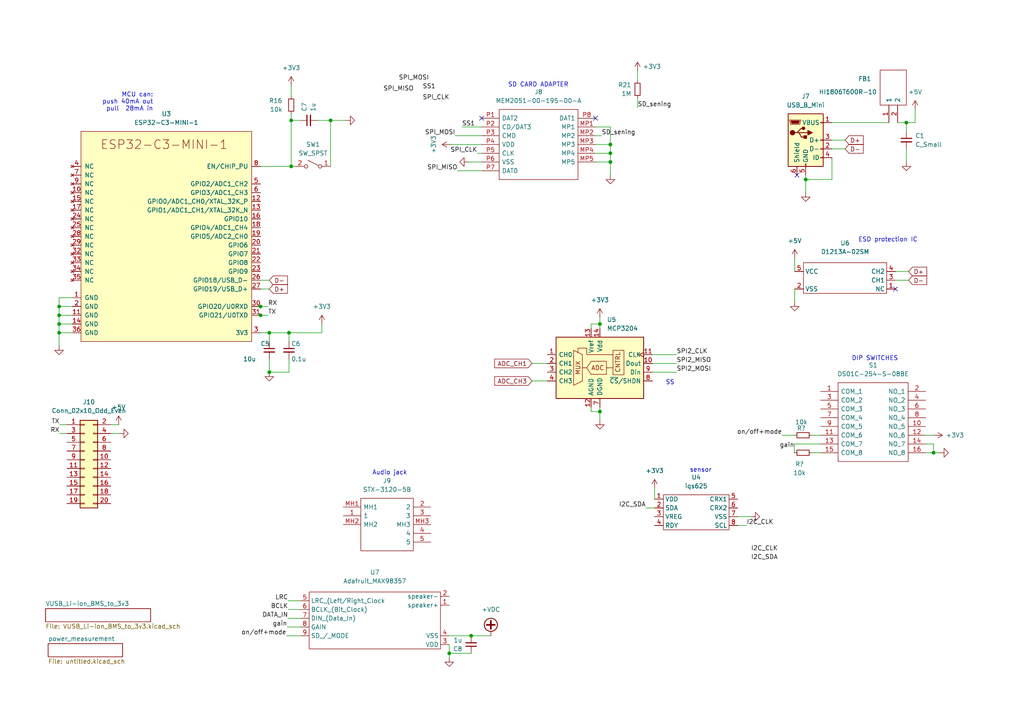
<source format=kicad_sch>
(kicad_sch (version 20211123) (generator eeschema)
  (paper "A4")
  (title_block (title "ESP32 audio power meter SD dataloger") (rev "1"))
  (lib_symbols
    (symbol "Analog_ADC:MCP3204" (pin_names (offset 0.762))
      (property "Reference" "U" (at -5.08 10.795 0))
      (property "Value" "MCP3204" (at -5.08 8.89 0))
      (symbol "MCP3204_0_0"
        (text "ADC" (at -0.635 -1.27 0) (effects (font (size 1.27 1.27))))
        (text "CNTRL" (at 5.969 -2.667 900) (effects (font (size 1.27 1.27)) (justify left bottom)))
        (text "MUX" (at -6.35 -1.27 900) (effects (font (size 1.27 1.27))))
      )
      (symbol "MCP3204_0_1"
        (polyline (pts (xy -5.08 -1.27) (xy -3.81 -1.27)))
        (polyline (pts (xy 1.905 -1.27) (xy 3.81 -1.27)))
        (polyline (pts (xy -7.62 3.81) (xy -7.62 -6.35) (xy -5.08 -5.08) (xy -5.08 2.54) (xy -7.62 3.81)))
        (polyline (pts (xy 3.81 2.54) (xy -3.81 2.54) (xy -3.81 4.445) (xy -6.35 4.445) (xy -6.35 3.175)))
        (polyline (pts (xy -3.81 -1.27) (xy -2.54 0.635) (xy 1.905 0.635) (xy 1.905 -3.175) (xy -2.54 -3.175) (xy -3.81 -1.27)))
        (rectangle (start 3.81 -3.302) (end 6.985 3.81))
        (rectangle (start 12.7 7.62) (end -12.7 -10.16) (stroke (width 0.254)) (fill (type background)))
      )
      (symbol "MCP3204_1_1"
        (pin input line (at -15.24 2.54 0) (length 2.54) (name "CH0") (number "1"))
        (pin output line (at 15.24 0 180) (length 2.54) (name "Dout") (number "10"))
        (pin input clock (at 15.24 2.54 180) (length 2.54) (name "CLK") (number "11"))
        (pin power_in line (at -2.54 -12.7 90) (length 2.54) (name "AGND") (number "12"))
        (pin power_in line (at -2.54 10.16 270) (length 2.54) (name "Vref") (number "13"))
        (pin power_in line (at 0 10.16 270) (length 2.54) (name "Vdd") (number "14"))
        (pin input line (at -15.24 0 0) (length 2.54) (name "CH1") (number "2"))
        (pin input line (at -15.24 -2.54 0) (length 2.54) (name "CH2") (number "3"))
        (pin input line (at -15.24 -5.08 0) (length 2.54) (name "CH3") (number "4"))
        (pin no_connect line (at -10.16 -12.7 90) (length 2.54) hide (name "NC") (number "5"))
        (pin no_connect line (at -7.62 -12.7 90) (length 2.54) hide (name "NC") (number "6"))
        (pin power_in line (at 0 -12.7 90) (length 2.54) (name "DGND") (number "7"))
        (pin input line (at 15.24 -5.08 180) (length 2.54) (name "~{CS}/SHDN") (number "8"))
        (pin input line (at 15.24 -2.54 180) (length 2.54) (name "Din") (number "9"))
      )
    )
    (symbol "Connector:USB_B_Mini" (pin_names (offset 1.016))
      (property "Reference" "J" (at -5.08 11.43 0))
      (property "Value" "USB_B_Mini" (at -5.08 8.89 0))
      (symbol "USB_B_Mini_0_1"
        (rectangle (start -5.08 -7.62) (end 5.08 7.62) (stroke (width 0.254)) (fill (type background)))
        (circle (center -3.81 2.159) (radius 0.635) (stroke (width 0.254)) (fill (type outline)))
        (circle (center -0.635 3.429) (radius 0.381) (stroke (width 0.254)) (fill (type outline)))
        (rectangle (start -0.127 -7.62) (end 0.127 -6.858))
        (polyline (pts (xy -1.905 2.159) (xy 0.635 2.159)) (stroke (width 0.254)))
        (polyline (pts (xy -3.175 2.159) (xy -2.54 2.159) (xy -1.27 3.429) (xy -0.635 3.429)) (stroke (width 0.254)))
        (polyline (pts (xy -2.54 2.159) (xy -1.905 2.159) (xy -1.27 0.889) (xy 0 0.889)) (stroke (width 0.254)))
        (polyline (pts (xy 0.635 2.794) (xy 0.635 1.524) (xy 1.905 2.159) (xy 0.635 2.794)) (stroke (width 0.254)) (fill (type outline)))
        (polyline (pts (xy -4.318 5.588) (xy -1.778 5.588) (xy -2.032 4.826) (xy -4.064 4.826) (xy -4.318 5.588)) (fill (type outline)))
        (polyline (pts (xy -4.699 5.842) (xy -4.699 5.588) (xy -4.445 4.826) (xy -4.445 4.572) (xy -1.651 4.572) (xy -1.651 4.826) (xy -1.397 5.588) (xy -1.397 5.842) (xy -4.699 5.842)))
        (rectangle (start 0.254 1.27) (end -0.508 0.508) (stroke (width 0.254)) (fill (type outline)))
        (rectangle (start 5.08 -5.207) (end 4.318 -4.953))
        (rectangle (start 5.08 -2.667) (end 4.318 -2.413))
        (rectangle (start 5.08 -0.127) (end 4.318 0.127))
        (rectangle (start 5.08 4.953) (end 4.318 5.207))
      )
      (symbol "USB_B_Mini_1_1"
        (pin power_out line (at 7.62 5.08 180) (length 2.54) (name "VBUS") (number "1"))
        (pin bidirectional line (at 7.62 -2.54 180) (length 2.54) (name "D-") (number "2"))
        (pin bidirectional line (at 7.62 0 180) (length 2.54) (name "D+") (number "3"))
        (pin passive line (at 7.62 -5.08 180) (length 2.54) (name "ID") (number "4"))
        (pin power_out line (at 0 -10.16 90) (length 2.54) (name "GND") (number "5"))
        (pin passive line (at -2.54 -10.16 90) (length 2.54) (name "Shield") (number "6"))
      )
    )
    (symbol "Connector_Generic:Conn_02x10_Odd_Even" (pin_names (offset 1.016) hide)
      (property "Reference" "J" (at 1.27 12.7 0))
      (property "Value" "Conn_02x10_Odd_Even" (at 1.27 -15.24 0))
      (symbol "Conn_02x10_Odd_Even_1_1"
        (rectangle (start -1.27 -12.573) (end 0 -12.827) (stroke (width 0.1524)))
        (rectangle (start -1.27 -10.033) (end 0 -10.287) (stroke (width 0.1524)))
        (rectangle (start -1.27 -7.493) (end 0 -7.747) (stroke (width 0.1524)))
        (rectangle (start -1.27 -4.953) (end 0 -5.207) (stroke (width 0.1524)))
        (rectangle (start -1.27 -2.413) (end 0 -2.667) (stroke (width 0.1524)))
        (rectangle (start -1.27 0.127) (end 0 -0.127) (stroke (width 0.1524)))
        (rectangle (start -1.27 2.667) (end 0 2.413) (stroke (width 0.1524)))
        (rectangle (start -1.27 5.207) (end 0 4.953) (stroke (width 0.1524)))
        (rectangle (start -1.27 7.747) (end 0 7.493) (stroke (width 0.1524)))
        (rectangle (start -1.27 10.287) (end 0 10.033) (stroke (width 0.1524)))
        (rectangle (start -1.27 11.43) (end 3.81 -13.97) (stroke (width 0.254)) (fill (type background)))
        (rectangle (start 3.81 -12.573) (end 2.54 -12.827) (stroke (width 0.1524)))
        (rectangle (start 3.81 -10.033) (end 2.54 -10.287) (stroke (width 0.1524)))
        (rectangle (start 3.81 -7.493) (end 2.54 -7.747) (stroke (width 0.1524)))
        (rectangle (start 3.81 -4.953) (end 2.54 -5.207) (stroke (width 0.1524)))
        (rectangle (start 3.81 -2.413) (end 2.54 -2.667) (stroke (width 0.1524)))
        (rectangle (start 3.81 0.127) (end 2.54 -0.127) (stroke (width 0.1524)))
        (rectangle (start 3.81 2.667) (end 2.54 2.413) (stroke (width 0.1524)))
        (rectangle (start 3.81 5.207) (end 2.54 4.953) (stroke (width 0.1524)))
        (rectangle (start 3.81 7.747) (end 2.54 7.493) (stroke (width 0.1524)))
        (rectangle (start 3.81 10.287) (end 2.54 10.033) (stroke (width 0.1524)))
        (pin passive line (at -5.08 10.16 0) (length 3.81) (name "Pin_1") (number "1"))
        (pin passive line (at 7.62 0 180) (length 3.81) (name "Pin_10") (number "10"))
        (pin passive line (at -5.08 -2.54 0) (length 3.81) (name "Pin_11") (number "11"))
        (pin passive line (at 7.62 -2.54 180) (length 3.81) (name "Pin_12") (number "12"))
        (pin passive line (at -5.08 -5.08 0) (length 3.81) (name "Pin_13") (number "13"))
        (pin passive line (at 7.62 -5.08 180) (length 3.81) (name "Pin_14") (number "14"))
        (pin passive line (at -5.08 -7.62 0) (length 3.81) (name "Pin_15") (number "15"))
        (pin passive line (at 7.62 -7.62 180) (length 3.81) (name "Pin_16") (number "16"))
        (pin passive line (at -5.08 -10.16 0) (length 3.81) (name "Pin_17") (number "17"))
        (pin passive line (at 7.62 -10.16 180) (length 3.81) (name "Pin_18") (number "18"))
        (pin passive line (at -5.08 -12.7 0) (length 3.81) (name "Pin_19") (number "19"))
        (pin passive line (at 7.62 10.16 180) (length 3.81) (name "Pin_2") (number "2"))
        (pin passive line (at 7.62 -12.7 180) (length 3.81) (name "Pin_20") (number "20"))
        (pin passive line (at -5.08 7.62 0) (length 3.81) (name "Pin_3") (number "3"))
        (pin passive line (at 7.62 7.62 180) (length 3.81) (name "Pin_4") (number "4"))
        (pin passive line (at -5.08 5.08 0) (length 3.81) (name "Pin_5") (number "5"))
        (pin passive line (at 7.62 5.08 180) (length 3.81) (name "Pin_6") (number "6"))
        (pin passive line (at -5.08 2.54 0) (length 3.81) (name "Pin_7") (number "7"))
        (pin passive line (at 7.62 2.54 180) (length 3.81) (name "Pin_8") (number "8"))
        (pin passive line (at -5.08 0 0) (length 3.81) (name "Pin_9") (number "9"))
      )
    )
    (symbol "Device:C" (pin_numbers hide) (pin_names (offset 0.254))
      (property "Reference" "C" (at 0.635 2.54 0))
      (property "Value" "C" (at 0.635 -2.54 0))
      (symbol "C_0_1"
        (polyline (pts (xy -2.032 -0.762) (xy 2.032 -0.762)) (stroke (width 0.508)))
        (polyline (pts (xy -2.032 0.762) (xy 2.032 0.762)) (stroke (width 0.508)))
      )
      (symbol "C_1_1"
        (pin passive line (at 0 3.81 270) (length 2.794) (name "~") (number "1"))
        (pin passive line (at 0 -3.81 90) (length 2.794) (name "~") (number "2"))
      )
    )
    (symbol "Device:C_Small" (pin_numbers hide) (pin_names (offset 0.254) hide)
      (property "Reference" "C" (at 0.254 1.778 0))
      (property "Value" "C_Small" (at 0.254 -2.032 0))
      (symbol "C_Small_0_1"
        (polyline (pts (xy -1.524 -0.508) (xy 1.524 -0.508)) (stroke (width 0.3302)))
        (polyline (pts (xy -1.524 0.508) (xy 1.524 0.508)) (stroke (width 0.3048)))
      )
      (symbol "C_Small_1_1"
        (pin passive line (at 0 2.54 270) (length 2.032) (name "~") (number "1"))
        (pin passive line (at 0 -2.54 90) (length 2.032) (name "~") (number "2"))
      )
    )
    (symbol "Device:R" (pin_numbers hide) (pin_names (offset 0))
      (property "Reference" "R" (at 2.032 0 90))
      (property "Value" "R" (at 0 0 90))
      (symbol "R_0_1"
        (rectangle (start -1.016 -2.54) (end 1.016 2.54) (stroke (width 0.254)))
      )
      (symbol "R_1_1"
        (pin passive line (at 0 3.81 270) (length 1.27) (name "~") (number "1"))
        (pin passive line (at 0 -3.81 90) (length 1.27) (name "~") (number "2"))
      )
    )
    (symbol "Device:R_Small" (pin_numbers hide) (pin_names (offset 0.254) hide)
      (property "Reference" "R" (at 0.762 0.508 0))
      (property "Value" "R_Small" (at 0.762 -1.016 0))
      (symbol "R_Small_0_1"
        (rectangle (start -0.762 1.778) (end 0.762 -1.778) (stroke (width 0.2032)))
      )
      (symbol "R_Small_1_1"
        (pin passive line (at 0 2.54 270) (length 0.762) (name "~") (number "1"))
        (pin passive line (at 0 -2.54 90) (length 0.762) (name "~") (number "2"))
      )
    )
    (symbol "Espressif:ESP32-C3-MINI-1" (pin_names (offset 1.016))
      (property "Reference" "U" (at 0 33.02 0))
      (property "Value" "ESP32-C3-MINI-1" (at 0 -30.48 0))
      (symbol "ESP32-C3-MINI-1_0_0"
        (text "ESP32-C3-MINI-1" (at 1.27 27.94 0) (effects (font (size 2.54 2.54))))
      )
      (symbol "ESP32-C3-MINI-1_0_1"
        (rectangle (start -24.13 31.75) (end 25.4 -29.21) (fill (type background)))
      )
      (symbol "ESP32-C3-MINI-1_1_1"
        (pin power_in line (at 27.94 -16.51 180) (length 2.54) (name "GND") (number "1"))
        (pin no_connect line (at 27.94 13.97 180) (length 2.54) (name "NC") (number "10"))
        (pin power_in line (at 27.94 -21.59 180) (length 2.54) (name "GND") (number "11"))
        (pin bidirectional line (at -26.67 11.43 0) (length 2.54) (name "GPIO0/ADC1_CH0/XTAL_32K_P") (number "12"))
        (pin bidirectional line (at -26.67 8.89 0) (length 2.54) (name "GPIO1/ADC1_CH1/XTAL_32K_N") (number "13"))
        (pin power_in line (at 27.94 -24.13 180) (length 2.54) (name "GND") (number "14"))
        (pin no_connect line (at 27.94 11.43 180) (length 2.54) (name "NC") (number "15"))
        (pin bidirectional line (at -26.67 6.35 0) (length 2.54) (name "GPIO10") (number "16"))
        (pin no_connect line (at 27.94 8.89 180) (length 2.54) (name "NC") (number "17"))
        (pin bidirectional line (at -26.67 3.81 0) (length 2.54) (name "GPIO4/ADC1_CH4") (number "18"))
        (pin bidirectional line (at -26.67 1.27 0) (length 2.54) (name "GPIO5/ADC2_CH0") (number "19"))
        (pin power_in line (at 27.94 -19.05 180) (length 2.54) (name "GND") (number "2"))
        (pin bidirectional line (at -26.67 -1.27 0) (length 2.54) (name "GPIO6") (number "20"))
        (pin bidirectional line (at -26.67 -3.81 0) (length 2.54) (name "GPIO7") (number "21"))
        (pin bidirectional line (at -26.67 -6.35 0) (length 2.54) (name "GPIO8") (number "22"))
        (pin bidirectional line (at -26.67 -8.89 0) (length 2.54) (name "GPIO9") (number "23"))
        (pin no_connect line (at 27.94 6.35 180) (length 2.54) (name "NC") (number "24"))
        (pin no_connect line (at 27.94 3.81 180) (length 2.54) (name "NC") (number "25"))
        (pin bidirectional line (at -26.67 -11.43 0) (length 2.54) (name "GPIO18/USB_D-") (number "26"))
        (pin bidirectional line (at -26.67 -13.97 0) (length 2.54) (name "GPIO19/USB_D+") (number "27"))
        (pin no_connect line (at 27.94 1.27 180) (length 2.54) (name "NC") (number "28"))
        (pin no_connect line (at 27.94 -1.27 180) (length 2.54) (name "NC") (number "29"))
        (pin power_in line (at -26.67 -26.67 0) (length 2.54) (name "3V3") (number "3"))
        (pin bidirectional line (at -26.67 -19.05 0) (length 2.54) (name "GPIO20/U0RXD") (number "30"))
        (pin bidirectional line (at -26.67 -21.59 0) (length 2.54) (name "GPIO21/U0TXD") (number "31"))
        (pin no_connect line (at 27.94 -3.81 180) (length 2.54) (name "NC") (number "32"))
        (pin no_connect line (at 27.94 -6.35 180) (length 2.54) (name "NC") (number "33"))
        (pin no_connect line (at 27.94 -8.89 180) (length 2.54) (name "NC") (number "34"))
        (pin no_connect line (at 27.94 -11.43 180) (length 2.54) (name "NC") (number "35"))
        (pin power_in line (at 27.94 -26.67 180) (length 2.54) (name "GND") (number "36"))
        (pin no_connect line (at 27.94 21.59 180) (length 2.54) (name "NC") (number "4"))
        (pin bidirectional line (at -26.67 16.51 0) (length 2.54) (name "GPIO2/ADC1_CH2") (number "5"))
        (pin bidirectional line (at -26.67 13.97 0) (length 2.54) (name "GPIO3/ADC1_CH3") (number "6"))
        (pin no_connect line (at 27.94 19.05 180) (length 2.54) (name "NC") (number "7"))
        (pin input line (at -26.67 21.59 0) (length 2.54) (name "EN/CHIP_PU") (number "8"))
        (pin no_connect line (at 27.94 16.51 180) (length 2.54) (name "NC") (number "9"))
      )
    )
    (symbol "My_custom_lib:Adafruit_MAX98357"
      (property "Reference" "U" (at 0 1.27 0))
      (property "Value" "Adafruit_MAX98357" (at 1.27 -2.54 0))
      (symbol "Adafruit_MAX98357_0_1"
        (rectangle (start -20.32 10.16) (end 17.78 -6.35))
      )
      (symbol "Adafruit_MAX98357_1_1"
        (pin output line (at 20.32 6.35 180) (length 2.54) (name "speaker+") (number "1"))
        (pin output line (at 20.32 8.89 180) (length 2.54) (name "speaker-") (number "2"))
        (pin power_in line (at 20.32 -5.08 180) (length 2.54) (name "VDD") (number "3"))
        (pin power_in line (at 20.32 -2.54 180) (length 2.54) (name "VSS") (number "4"))
        (pin input line (at -22.86 7.62 0) (length 2.54) (name "LRC_(Left/Right_Clock") (number "5"))
        (pin input line (at -22.86 5.08 0) (length 2.54) (name "BCLK_(Bit_Clock)") (number "6"))
        (pin input line (at -22.86 2.54 0) (length 2.54) (name "DIN_(Data_In)") (number "7"))
        (pin input line (at -22.86 0 0) (length 2.54) (name "GAIN") (number "8"))
        (pin input line (at -22.86 -2.54 0) (length 2.54) (name "SD_/_MODE") (number "9"))
      )
    )
    (symbol "My_custom_lib:D1213A-02SM"
      (property "Reference" "U" (at 0 0 0))
      (property "Value" "D1213A-02SM" (at 0 2.54 0))
      (symbol "D1213A-02SM_0_1"
        (rectangle (start -12.7 6.35) (end 11.43 -2.54))
      )
      (symbol "D1213A-02SM_1_1"
        (pin power_in line (at 13.97 -1.27 180) (length 2.54) (name "NC") (number "1"))
        (pin power_in line (at -15.24 -1.27 0) (length 2.54) (name "VSS") (number "2"))
        (pin input line (at 13.97 1.27 180) (length 2.54) (name "CH1") (number "3"))
        (pin input line (at 13.97 3.81 180) (length 2.54) (name "CH2") (number "4"))
        (pin power_in line (at -15.24 3.81 0) (length 2.54) (name "VCC") (number "5"))
      )
    )
    (symbol "My_custom_lib:iqs625"
      (property "Reference" "U" (at 0 1.27 0))
      (property "Value" "iqs625" (at 0 -2.54 0))
      (symbol "iqs625_0_1"
        (rectangle (start -10.16 5.08) (end 8.89 -5.08))
      )
      (symbol "iqs625_1_1"
        (pin power_in line (at -12.7 3.81 0) (length 2.54) (name "VDD") (number "1"))
        (pin bidirectional line (at -12.7 1.27 0) (length 2.54) (name "SDA") (number "2"))
        (pin power_in line (at -12.7 -1.27 0) (length 2.54) (name "VREG") (number "3"))
        (pin bidirectional line (at -12.7 -3.81 0) (length 2.54) (name "RDY") (number "4"))
        (pin output line (at 11.43 3.81 180) (length 2.54) (name "CRX1") (number "5"))
        (pin output line (at 11.43 1.27 180) (length 2.54) (name "CRX2") (number "6"))
        (pin power_in line (at 11.43 -1.27 180) (length 2.54) (name "VSS") (number "7"))
        (pin input line (at 11.43 -3.81 180) (length 2.54) (name "SCL") (number "8"))
      )
    )
    (symbol "SamacSys_Parts:DS01C-254-S-08BE" (pin_names (offset 0.762))
      (property "Reference" "S" (at 26.67 7.62 0))
      (property "Value" "DS01C-254-S-08BE" (at 26.67 5.08 0))
      (symbol "DS01C-254-S-08BE_0_0"
        (pin passive line (at 0 0 0) (length 5.08) (name "COM_1") (number "1"))
        (pin passive line (at 30.48 -10.16 180) (length 5.08) (name "NO_5") (number "10"))
        (pin passive line (at 0 -12.7 0) (length 5.08) (name "COM_6") (number "11"))
        (pin passive line (at 30.48 -12.7 180) (length 5.08) (name "NO_6") (number "12"))
        (pin passive line (at 0 -15.24 0) (length 5.08) (name "COM_7") (number "13"))
        (pin passive line (at 30.48 -15.24 180) (length 5.08) (name "NO_7") (number "14"))
        (pin passive line (at 0 -17.78 0) (length 5.08) (name "COM_8") (number "15"))
        (pin passive line (at 30.48 -17.78 180) (length 5.08) (name "NO_8") (number "16"))
        (pin passive line (at 30.48 0 180) (length 5.08) (name "NO_1") (number "2"))
        (pin passive line (at 0 -2.54 0) (length 5.08) (name "COM_2") (number "3"))
        (pin passive line (at 30.48 -2.54 180) (length 5.08) (name "NO_2") (number "4"))
        (pin passive line (at 0 -5.08 0) (length 5.08) (name "COM_3") (number "5"))
        (pin passive line (at 30.48 -5.08 180) (length 5.08) (name "NO_3") (number "6"))
        (pin passive line (at 0 -7.62 0) (length 5.08) (name "COM_4") (number "7"))
        (pin passive line (at 30.48 -7.62 180) (length 5.08) (name "NO_4") (number "8"))
        (pin passive line (at 0 -10.16 0) (length 5.08) (name "COM_5") (number "9"))
      )
      (symbol "DS01C-254-S-08BE_0_1"
        (polyline (pts (xy 5.08 2.54) (xy 25.4 2.54) (xy 25.4 -20.32) (xy 5.08 -20.32) (xy 5.08 2.54)) (stroke (width 0.1524)))
      )
    )
    (symbol "SamacSys_Parts:HI1806T600R-10" (pin_names (offset 0.762))
      (property "Reference" "FB" (at 16.51 7.62 0))
      (property "Value" "HI1806T600R-10" (at 16.51 5.08 0))
      (symbol "HI1806T600R-10_0_0"
        (pin passive line (at 0 0 0) (length 5.08) (name "1") (number "1"))
        (pin passive line (at 0 -2.54 0) (length 5.08) (name "2") (number "2"))
      )
      (symbol "HI1806T600R-10_0_1"
        (polyline (pts (xy 5.08 2.54) (xy 15.24 2.54) (xy 15.24 -5.08) (xy 5.08 -5.08) (xy 5.08 2.54)) (stroke (width 0.1524)))
      )
    )
    (symbol "SamacSys_Parts:MEM2051-00-195-00-A" (pin_names (offset 0.762))
      (property "Reference" "J" (at 29.21 7.62 0))
      (property "Value" "MEM2051-00-195-00-A" (at 29.21 5.08 0))
      (symbol "MEM2051-00-195-00-A_0_0"
        (pin passive line (at 33.02 -2.54 180) (length 5.08) (name "MP1") (number "MP1"))
        (pin passive line (at 33.02 -5.08 180) (length 5.08) (name "MP2") (number "MP2"))
        (pin passive line (at 33.02 -7.62 180) (length 5.08) (name "MP3") (number "MP3"))
        (pin passive line (at 33.02 -10.16 180) (length 5.08) (name "MP4") (number "MP4"))
        (pin passive line (at 33.02 -12.7 180) (length 5.08) (name "MP5") (number "MP5"))
        (pin passive line (at 0 0 0) (length 5.08) (name "DAT2") (number "P1"))
        (pin passive line (at 0 -2.54 0) (length 5.08) (name "CD/DAT3") (number "P2"))
        (pin passive line (at 0 -5.08 0) (length 5.08) (name "CMD") (number "P3"))
        (pin passive line (at 0 -7.62 0) (length 5.08) (name "VDD") (number "P4"))
        (pin passive line (at 0 -10.16 0) (length 5.08) (name "CLK") (number "P5"))
        (pin passive line (at 0 -12.7 0) (length 5.08) (name "VSS") (number "P6"))
        (pin passive line (at 0 -15.24 0) (length 5.08) (name "DAT0") (number "P7"))
        (pin passive line (at 33.02 0 180) (length 5.08) (name "DAT1") (number "P8"))
      )
      (symbol "MEM2051-00-195-00-A_0_1"
        (polyline (pts (xy 5.08 2.54) (xy 27.94 2.54) (xy 27.94 -17.78) (xy 5.08 -17.78) (xy 5.08 2.54)) (stroke (width 0.1524)))
      )
    )
    (symbol "SamacSys_Parts:STX-3120-5B" (pin_names (offset 0.762))
      (property "Reference" "J" (at 21.59 7.62 0))
      (property "Value" "STX-3120-5B" (at 21.59 5.08 0))
      (symbol "STX-3120-5B_0_0"
        (pin passive line (at 0 -2.54 0) (length 5.08) (name "1") (number "1"))
        (pin passive line (at 25.4 0 180) (length 5.08) (name "2") (number "2"))
        (pin passive line (at 25.4 -2.54 180) (length 5.08) (name "3") (number "3"))
        (pin passive line (at 25.4 -7.62 180) (length 5.08) (name "4") (number "4"))
        (pin passive line (at 25.4 -10.16 180) (length 5.08) (name "5") (number "5"))
        (pin passive line (at 0 0 0) (length 5.08) (name "MH1") (number "MH1"))
        (pin passive line (at 0 -5.08 0) (length 5.08) (name "MH2") (number "MH2"))
        (pin passive line (at 25.4 -5.08 180) (length 5.08) (name "MH3") (number "MH3"))
      )
      (symbol "STX-3120-5B_0_1"
        (polyline (pts (xy 5.08 2.54) (xy 20.32 2.54) (xy 20.32 -12.7) (xy 5.08 -12.7) (xy 5.08 2.54)) (stroke (width 0.1524)))
      )
    )
    (symbol "Switch:SW_SPST" (pin_names (offset 0) hide)
      (property "Reference" "SW" (at 0 3.175 0))
      (property "Value" "SW_SPST" (at 0 -2.54 0))
      (symbol "SW_SPST_0_0"
        (circle (center -2.032 0) (radius 0.508))
        (polyline (pts (xy -1.524 0.254) (xy 1.524 1.778)))
        (circle (center 2.032 0) (radius 0.508))
      )
      (symbol "SW_SPST_1_1"
        (pin passive line (at -5.08 0 0) (length 2.54) (name "A") (number "1"))
        (pin passive line (at 5.08 0 180) (length 2.54) (name "B") (number "2"))
      )
    )
    (symbol "power:+3.3V" (power) (pin_names (offset 0))
      (property "Value" "+3.3V" (at 0 3.556 0))
      (symbol "+3.3V_0_1"
        (polyline (pts (xy -0.762 1.27) (xy 0 2.54)))
        (polyline (pts (xy 0 0) (xy 0 2.54)))
        (polyline (pts (xy 0 2.54) (xy 0.762 1.27)))
      )
      (symbol "+3.3V_1_1"
        (pin power_in line (at 0 0 90) (length 0) hide (name "+3V3") (number "1"))
      )
    )
    (symbol "power:+3V3" (power) (pin_names (offset 0))
      (property "Value" "+3V3" (at 0 3.556 0))
      (symbol "+3V3_0_1"
        (polyline (pts (xy -0.762 1.27) (xy 0 2.54)))
        (polyline (pts (xy 0 0) (xy 0 2.54)))
        (polyline (pts (xy 0 2.54) (xy 0.762 1.27)))
      )
      (symbol "+3V3_1_1"
        (pin power_in line (at 0 0 90) (length 0) hide (name "+3V3") (number "1"))
      )
    )
    (symbol "power:+5V" (power) (pin_names (offset 0))
      (property "Value" "+5V" (at 0 3.556 0))
      (symbol "+5V_0_1"
        (polyline (pts (xy -0.762 1.27) (xy 0 2.54)))
        (polyline (pts (xy 0 0) (xy 0 2.54)))
        (polyline (pts (xy 0 2.54) (xy 0.762 1.27)))
      )
      (symbol "+5V_1_1"
        (pin power_in line (at 0 0 90) (length 0) hide (name "+5V") (number "1"))
      )
    )
    (symbol "power:+VDC" (power) (pin_names (offset 0))
      (property "Value" "+VDC" (at 0 6.35 0))
      (symbol "+VDC_0_1"
        (polyline (pts (xy -1.143 3.175) (xy 1.143 3.175)) (stroke (width 0.508)))
        (polyline (pts (xy 0 0) (xy 0 1.27)))
        (polyline (pts (xy 0 2.032) (xy 0 4.318)) (stroke (width 0.508)))
        (circle (center 0 3.175) (radius 1.905) (stroke (width 0.254)))
      )
      (symbol "+VDC_1_1"
        (pin power_in line (at 0 0 90) (length 0) hide (name "+VDC") (number "1"))
      )
    )
    (symbol "power:GND" (power) (pin_names (offset 0))
      (property "Value" "GND" (at 0 -3.81 0))
      (symbol "GND_0_1"
        (polyline (pts (xy 0 0) (xy 0 -1.27) (xy 1.27 -1.27) (xy 0 -2.54) (xy -1.27 -1.27) (xy 0 -1.27)))
      )
      (symbol "GND_1_1"
        (pin power_in line (at 0 0 270) (length 0) hide (name "GND") (number "1"))
      )
    )
  )
  (junction (at 262.89 35.56))
  (junction (at 328.676 147.447))
  (junction (at 78.105 107.95))
  (junction (at 394.716 139.827))
  (junction (at 173.99 119.38))
  (junction (at 375.666 147.447))
  (junction (at 312.42 142.367))
  (junction (at 17.145 91.44))
  (junction (at 17.145 93.98))
  (junction (at 83.82 96.52))
  (junction (at 84.455 48.26))
  (junction (at 270.764 131.318))
  (junction (at 319.024 103.251))
  (junction (at 78.105 96.52))
  (junction (at 177.038 44.45))
  (junction (at 75.565 91.44))
  (junction (at 136.652 184.404))
  (junction (at 75.565 88.9))
  (junction (at 17.145 88.9))
  (junction (at 130.302 189.484))
  (junction (at 17.145 96.52))
  (junction (at 328.676 144.907))
  (junction (at 233.68 52.07))
  (junction (at 173.99 93.98))
  (junction (at 375.666 142.367))
  (junction (at 84.455 34.925))
  (junction (at 95.885 34.925))
  (junction (at 177.038 46.99))
  (junction (at 177.038 41.91))
  (junction (at 375.666 144.907))
  (no_connect (at 231.14 50.8))
  (no_connect (at 172.72 34.29))
  (no_connect (at 139.7 34.29))
  (no_connect (at 259.715 83.82))
  (wire (pts (xy 336.296 149.987) (xy 339.344 149.987)))
  (wire (pts (xy 241.3 35.56) (xy 257.81 35.56)))
  (wire (pts (xy 237.998 128.778) (xy 230.378 128.778)))
  (wire (pts (xy 270.764 131.318) (xy 272.542 131.318)))
  (wire (pts (xy 83.566 176.784) (xy 87.122 176.784)))
  (wire (pts (xy 136.652 184.404) (xy 142.367 184.404)))
  (wire (pts (xy 84.455 34.925) (xy 86.995 34.925)))
  (wire (pts (xy 171.45 95.25) (xy 171.45 93.98)))
  (wire (pts (xy 154.305 110.49) (xy 158.75 110.49)))
  (wire (pts (xy 326.644 103.251) (xy 326.644 105.283)))
  (wire (pts (xy 172.72 44.45) (xy 177.038 44.45)))
  (wire (pts (xy 17.145 96.52) (xy 17.145 100.33)))
  (wire (pts (xy 268.478 128.778) (xy 270.764 128.778)))
  (wire (pts (xy 20.955 91.44) (xy 17.145 91.44)))
  (wire (pts (xy 375.666 142.367) (xy 375.666 144.907)))
  (wire (pts (xy 84.455 33.02) (xy 84.455 34.925)))
  (wire (pts (xy 83.566 179.324) (xy 87.122 179.324)))
  (wire (pts (xy 20.955 96.52) (xy 17.145 96.52)))
  (wire (pts (xy 93.345 93.98) (xy 93.345 96.52)))
  (wire (pts (xy 84.455 48.26) (xy 75.565 48.26)))
  (wire (pts (xy 34.671 125.73) (xy 32.131 125.73)))
  (wire (pts (xy 189.23 102.87) (xy 196.215 102.87)))
  (wire (pts (xy 75.565 88.9) (xy 77.724 88.9)))
  (wire (pts (xy 78.105 107.95) (xy 78.105 104.14)))
  (wire (pts (xy 130.302 189.484) (xy 130.302 190.754)))
  (wire (pts (xy 83.82 96.52) (xy 83.82 99.06)))
  (wire (pts (xy 83.312 181.864) (xy 87.122 181.864)))
  (wire (pts (xy 268.478 126.238) (xy 270.764 126.238)))
  (wire (pts (xy 83.058 184.404) (xy 87.122 184.404)))
  (wire (pts (xy 78.105 96.52) (xy 75.565 96.52)))
  (wire (pts (xy 213.995 152.4) (xy 216.535 152.4)))
  (wire (pts (xy 319.024 112.903) (xy 319.024 116.205)))
  (wire (pts (xy 322.834 144.907) (xy 328.676 144.907)))
  (wire (pts (xy 312.42 142.367) (xy 312.42 143.764)))
  (wire (pts (xy 172.72 36.83) (xy 177.038 36.83)))
  (wire (pts (xy 173.99 119.38) (xy 173.99 118.11)))
  (wire (pts (xy 189.23 107.95) (xy 196.215 107.95)))
  (wire (pts (xy 154.305 105.41) (xy 158.75 105.41)))
  (wire (pts (xy 230.505 87.63) (xy 230.505 83.82)))
  (wire (pts (xy 135.89 46.99) (xy 139.7 46.99)))
  (wire (pts (xy 375.666 152.527) (xy 375.666 147.447)))
  (wire (pts (xy 130.302 186.944) (xy 130.302 189.484)))
  (polyline (pts (xy 303.53 85.852) (xy 442.722 85.852)))
  (wire (pts (xy 78.105 83.82) (xy 75.565 83.82)))
  (wire (pts (xy 132.08 39.37) (xy 139.7 39.37)))
  (wire (pts (xy 262.89 46.99) (xy 262.89 43.18)))
  (wire (pts (xy 84.455 24.765) (xy 84.455 27.94)))
  (wire (pts (xy 268.478 131.318) (xy 270.764 131.318)))
  (wire (pts (xy 17.145 91.44) (xy 17.145 93.98)))
  (wire (pts (xy 17.145 93.98) (xy 17.145 96.52)))
  (wire (pts (xy 95.885 34.925) (xy 92.075 34.925)))
  (wire (pts (xy 375.666 147.447) (xy 372.364 147.447)))
  (polyline (pts (xy 303.53 173.99) (xy 442.722 173.99)))
  (wire (pts (xy 184.912 20.574) (xy 184.912 23.368)))
  (wire (pts (xy 375.666 144.907) (xy 375.666 147.447)))
  (wire (pts (xy 337.439 144.907) (xy 339.344 144.907)))
  (wire (pts (xy 177.038 36.83) (xy 177.038 41.91)))
  (wire (pts (xy 171.45 119.38) (xy 173.99 119.38)))
  (wire (pts (xy 173.99 92.075) (xy 173.99 93.98)))
  (wire (pts (xy 83.82 96.52) (xy 93.345 96.52)))
  (wire (pts (xy 17.145 88.9) (xy 17.145 91.44)))
  (wire (pts (xy 177.038 44.45) (xy 177.038 46.99)))
  (wire (pts (xy 372.364 142.367) (xy 375.666 142.367)))
  (wire (pts (xy 78.105 107.95) (xy 83.82 107.95)))
  (wire (pts (xy 394.716 126.111) (xy 394.716 129.667)))
  (wire (pts (xy 17.145 86.36) (xy 17.145 88.9)))
  (wire (pts (xy 336.804 134.747) (xy 339.344 134.747)))
  (wire (pts (xy 132.715 49.53) (xy 139.7 49.53)))
  (wire (pts (xy 177.038 41.91) (xy 177.038 44.45)))
  (wire (pts (xy 78.105 96.52) (xy 78.105 99.06)))
  (wire (pts (xy 171.45 93.98) (xy 173.99 93.98)))
  (wire (pts (xy 372.364 137.287) (xy 375.666 137.287)))
  (wire (pts (xy 20.955 86.36) (xy 17.145 86.36)))
  (wire (pts (xy 177.038 46.99) (xy 177.038 50.8)))
  (wire (pts (xy 184.912 28.448) (xy 184.912 31.242)))
  (wire (pts (xy 312.42 141.224) (xy 312.42 142.367)))
  (wire (pts (xy 172.72 39.37) (xy 174.498 39.37)))
  (wire (pts (xy 233.68 55.88) (xy 233.68 52.07)))
  (wire (pts (xy 172.72 46.99) (xy 177.038 46.99)))
  (wire (pts (xy 226.822 126.238) (xy 230.378 126.238)))
  (wire (pts (xy 270.764 128.778) (xy 270.764 131.318)))
  (wire (pts (xy 172.72 41.91) (xy 177.038 41.91)))
  (wire (pts (xy 32.131 123.19) (xy 34.417 123.19)))
  (wire (pts (xy 260.35 35.56) (xy 262.89 35.56)))
  (wire (pts (xy 189.23 105.41) (xy 196.215 105.41)))
  (wire (pts (xy 20.955 93.98) (xy 17.145 93.98)))
  (wire (pts (xy 372.364 139.827) (xy 394.716 139.827)))
  (wire (pts (xy 136.652 189.484) (xy 130.302 189.484)))
  (wire (pts (xy 326.644 112.903) (xy 326.644 116.205)))
  (wire (pts (xy 241.3 43.18) (xy 245.11 43.18)))
  (wire (pts (xy 394.716 137.287) (xy 394.716 139.827)))
  (wire (pts (xy 328.676 144.907) (xy 328.676 147.447)))
  (wire (pts (xy 75.438 91.44) (xy 75.565 91.44)))
  (wire (pts (xy 130.302 184.404) (xy 136.652 184.404)))
  (wire (pts (xy 337.058 139.827) (xy 339.344 139.827)))
  (wire (pts (xy 20.955 88.9) (xy 17.145 88.9)))
  (wire (pts (xy 78.105 81.28) (xy 75.565 81.28)))
  (wire (pts (xy 75.438 88.9) (xy 75.565 88.9)))
  (wire (pts (xy 133.985 36.83) (xy 139.7 36.83)))
  (wire (pts (xy 262.89 35.56) (xy 262.89 38.1)))
  (wire (pts (xy 138.43 44.45) (xy 139.7 44.45)))
  (wire (pts (xy 265.43 31.75) (xy 265.43 35.56)))
  (wire (pts (xy 189.865 141.605) (xy 189.865 144.78)))
  (wire (pts (xy 259.715 81.28) (xy 263.525 81.28)))
  (wire (pts (xy 235.458 131.318) (xy 237.998 131.318)))
  (wire (pts (xy 235.458 126.238) (xy 237.998 126.238)))
  (wire (pts (xy 83.566 174.244) (xy 87.122 174.244)))
  (wire (pts (xy 19.431 123.19) (xy 17.272 123.19)))
  (wire (pts (xy 213.995 149.86) (xy 217.805 149.86)))
  (wire (pts (xy 187.325 147.32) (xy 189.865 147.32)))
  (wire (pts (xy 84.455 48.26) (xy 85.725 48.26)))
  (wire (pts (xy 83.82 107.95) (xy 83.82 104.14)))
  (wire (pts (xy 19.431 125.73) (xy 17.272 125.73)))
  (wire (pts (xy 241.3 40.64) (xy 245.11 40.64)))
  (polyline (pts (xy 442.722 173.99) (xy 442.722 85.852)))
  (wire (pts (xy 259.715 78.74) (xy 263.525 78.74)))
  (wire (pts (xy 233.68 52.07) (xy 233.68 50.8)))
  (wire (pts (xy 241.3 45.72) (xy 241.3 52.07)))
  (wire (pts (xy 173.99 93.98) (xy 173.99 95.25)))
  (wire (pts (xy 95.885 34.925) (xy 95.885 48.26)))
  (wire (pts (xy 75.565 91.44) (xy 77.724 91.44)))
  (wire (pts (xy 319.024 103.251) (xy 326.644 103.251)))
  (wire (pts (xy 84.455 34.925) (xy 84.455 48.26)))
  (wire (pts (xy 319.024 101.727) (xy 319.024 103.251)))
  (wire (pts (xy 95.885 34.925) (xy 100.33 34.925)))
  (wire (pts (xy 230.505 74.93) (xy 230.505 78.74)))
  (wire (pts (xy 326.898 147.447) (xy 328.676 147.447)))
  (wire (pts (xy 337.058 137.287) (xy 339.344 137.287)))
  (polyline (pts (xy 303.53 85.852) (xy 303.53 173.99)))
  (wire (pts (xy 372.364 144.907) (xy 375.666 144.907)))
  (wire (pts (xy 173.99 121.92) (xy 173.99 119.38)))
  (wire (pts (xy 241.3 52.07) (xy 233.68 52.07)))
  (wire (pts (xy 328.676 144.907) (xy 329.819 144.907)))
  (wire (pts (xy 319.024 103.251) (xy 319.024 105.283)))
  (wire (pts (xy 372.364 134.747) (xy 375.666 134.747)))
  (wire (pts (xy 312.42 142.367) (xy 339.344 142.367)))
  (wire (pts (xy 262.89 35.56) (xy 265.43 35.56)))
  (wire (pts (xy 230.378 128.778) (xy 230.378 131.318)))
  (wire (pts (xy 375.666 137.287) (xy 375.666 142.367)))
  (wire (pts (xy 328.676 147.447) (xy 339.344 147.447)))
  (wire (pts (xy 83.82 96.52) (xy 78.105 96.52)))
  (wire (pts (xy 130.81 41.91) (xy 139.7 41.91)))
  (wire (pts (xy 394.716 139.827) (xy 399.542 139.827)))
  (wire (pts (xy 171.45 118.11) (xy 171.45 119.38)))
  (text "SS" (at 193.04 111.76 0) (effects (font (size 1.27 1.27)) (justify left bottom)))
  (text "exemplu SD rp2040" (at 355.346 104.14 0) (effects (font (size 1.27 1.27)) (justify left bottom)))
  (text "SD CARD ADAPTER" (at 147.32 25.4 0) (effects (font (size 1.27 1.27)) (justify left bottom)))
  (text "MCU can:\npush 40mA out\npull  28mA in" (at 44.45 32.385 180) (effects (font (size 1.27 1.27)) (justify right bottom)))
  (text "DIP SWITCHES" (at 247.015 104.775 0) (effects (font (size 1.27 1.27)) (justify left bottom)))
  (text "ESD protection IC" (at 248.92 70.358 0) (effects (font (size 1.27 1.27)) (justify left bottom)))
  (text "sensor" (at 200.025 137.16 0) (effects (font (size 1.27 1.27)) (justify left bottom)))
  (text "Audio jack" (at 107.95 137.922 0) (effects (font (size 1.27 1.27)) (justify left bottom)))
  (label "SD_DAT2" (at 375.666 134.747 0))
  (label "SPI_CLK" (at 138.43 44.45 180))
  (label "SPI_MOSI" (at 132.08 39.37 180))
  (label "SPI2_MISO" (at 196.215 105.41 0))
  (label "gain" (at 83.312 181.864 180))
  (label "SD_DAT1" (at 336.804 134.747 180))
  (label "SD_DAT1" (at 319.024 116.205 270))
  (label "RX" (at 77.724 88.9 0))
  (label "GPIO19" (at 336.296 149.987 180))
  (label "I2C_SDA" (at 187.325 147.32 180))
  (label "DATA_IN" (at 83.566 179.324 180))
  (label "TX" (at 77.724 91.44 0))
  (label "SS1" (at 133.985 36.83 0))
  (label "GPIO22" (at 337.058 137.287 180))
  (label "SPI_MISO" (at 132.715 49.53 180))
  (label "SPI2_CLK" (at 196.215 102.87 0))
  (label "SPI2_MOSI" (at 196.215 107.95 0))
  (label "GPIO18" (at 337.058 139.827 180))
  (label "SPI_MOSI" (at 124.46 23.495 180))
  (label "SPI_MISO" (at 120.015 26.67 180))
  (label "on{slash}off+mode" (at 83.058 184.404 180))
  (label "I2C_SDA" (at 217.805 162.56 0))
  (label "on{slash}off+mode" (at 226.822 126.238 180))
  (label "LRC" (at 83.566 174.244 180))
  (label "I2C_CLK" (at 217.805 160.02 0))
  (label "SD_DAT2" (at 326.644 116.205 270))
  (label "BCLK" (at 83.566 176.784 180))
  (label "GPIO5" (at 322.834 144.907 180))
  (label "I2C_CLK" (at 216.535 152.4 0))
  (label "gain" (at 230.378 130.048 180))
  (label "SPI_CLK" (at 122.555 29.21 0))
  (label "SD_sening" (at 174.498 39.37 0))
  (label "RX" (at 17.272 125.73 180))
  (label "SS1" (at 122.555 26.035 0))
  (label "SD_sening" (at 184.912 31.242 0))
  (label "TX" (at 17.272 123.19 180))
  (global_label "ADC_CH1" (shape input) (at 154.305 105.41 180) (property "Intersheet References" "${INTERSHEET_REFS}" (effects hide)))
  (global_label "D+" (shape input) (at 78.105 83.82 0) (property "Intersheet References" "${INTERSHEET_REFS}" (effects hide)))
  (global_label "D-" (shape input) (at 245.11 43.18 0) (property "Intersheet References" "${INTERSHEET_REFS}" (effects hide)))
  (global_label "ADC_CH3" (shape input) (at 154.305 110.49 180) (property "Intersheet References" "${INTERSHEET_REFS}" (effects hide)))
  (global_label "SD_detect" (shape input) (at 399.542 139.827 0) (property "Intersheet References" "${INTERSHEET_REFS}" (effects hide)))
  (global_label "D-" (shape input) (at 263.525 81.28 0) (property "Intersheet References" "${INTERSHEET_REFS}" (effects hide)))
  (global_label "D+" (shape input) (at 263.525 78.74 0) (property "Intersheet References" "${INTERSHEET_REFS}" (effects hide)))
  (global_label "D-" (shape input) (at 78.105 81.28 0) (property "Intersheet References" "${INTERSHEET_REFS}" (effects hide)))
  (global_label "D+" (shape input) (at 245.11 40.64 0) (property "Intersheet References" "${INTERSHEET_REFS}" (effects hide)))
  (symbol (lib_id "power:GND") (at 17.145 100.33 0) (mirror y) (unit 1)
    (property "Reference" "#PWR0101" (effects hide))
    (property "Value" "GND" (effects hide))
  )
  (symbol (lib_id "power:+3.3V") (at 93.345 93.98 0) (mirror y) (unit 1)
    (property "Reference" "#PWR0121" (effects hide))
    (property "Value" "+3.3V" (at 93.345 88.9 0))
  )
  (symbol (lib_id "power:GND") (at 312.42 151.384 0) (mirror y) (unit 1)
    (property "Reference" "#PWR?" (effects hide))
    (property "Value" "GND" (at 312.293 155.7782 0))
  )
  (symbol (lib_id "Analog_ADC:MCP3204") (at 173.99 105.41 0) (unit 1)
    (property "Reference" "U5" (at 176.0094 92.71 0) (effects (justify left)))
    (property "Value" "MCP3204" (at 176.0094 95.25 0) (effects (justify left)))
    (property "Datasheet" "http://ww1.microchip.com/downloads/en/DeviceDoc/21298c.pdf" (effects hide))
  )
  (symbol (lib_id "power:+3.3V") (at 84.455 24.765 0) (mirror y) (unit 1)
    (property "Reference" "#PWR0130" (effects hide))
    (property "Value" "+3.3V" (at 84.455 19.685 0))
  )
  (symbol (lib_id "My_custom_lib:iqs625") (at 202.565 148.59 0) (unit 1)
    (property "Reference" "U4" (at 201.93 138.43 0))
    (property "Value" "iqs625" (at 201.93 140.97 0))
    (property "Footprint" "Package_SO:TSSOP-8_4.4x3mm_P0.65mm" (effects hide))
  )
  (symbol (lib_id "SamacSys_Parts:DS01C-254-S-08BE") (at 237.998 113.538 0) (unit 1)
    (property "Reference" "S1" (at 253.238 105.918 0))
    (property "Value" "DS01C-254-S-08BE" (at 253.238 108.458 0))
    (property "Footprint" "DS01C254S08BE" (effects hide))
    (property "Description" "DIP Switches / SIP Switches DIP Switch, SPST, 2.54 pitch, raised actuator, covex bottom, Short pin, 8 position, Blue" (effects hide))
    (property "Height" "7" (effects hide))
    (property "Mouser Part Number" "490-DS01C-254-S-08BE" (effects hide))
    (property "Mouser Price/Stock" "https://www.mouser.co.uk/ProductDetail/CUI-Devices/DS01C-254-S-08BE?qs=wnTfsH77Xs7cSHDxhLRJbA%3D%3D" (effects hide))
    (property "Manufacturer_Name" "CUI Inc." (effects hide))
    (property "Manufacturer_Part_Number" "DS01C-254-S-08BE" (effects hide))
  )
  (symbol (lib_id "Device:R") (at 394.716 133.477 180) (unit 1)
    (property "Reference" "R?" (at 399.9738 133.477 90))
    (property "Value" "1M" (at 397.6624 133.477 90))
    (property "Footprint" "Capacitor_SMD:C_0402_1005Metric" (effects hide))
  )
  (symbol (lib_id "Device:C_Small") (at 136.652 186.944 180) (unit 1)
    (property "Reference" "C8" (at 134.112 188.2078 0) (effects (justify left)))
    (property "Value" "1u" (at 134.112 185.674 0) (effects (justify left)))
  )
  (symbol (lib_id "power:+3.3V") (at 184.912 20.574 0) (unit 1)
    (property "Reference" "#PWR06" (effects hide))
    (property "Value" "+3.3V" (at 186.436 19.3039 0) (effects (justify left)))
  )
  (symbol (lib_id "power:GND") (at 230.505 87.63 0) (unit 1)
    (property "Reference" "#PWR0124" (effects hide))
    (property "Value" "GND" (effects hide))
  )
  (symbol (lib_id "power:GND") (at 177.038 50.8 0) (unit 1)
    (property "Reference" "#PWR05" (effects hide))
    (property "Value" "GND" (effects hide))
  )
  (symbol (lib_id "power:+3V3") (at 319.024 101.727 0) (unit 1)
    (property "Reference" "#PWR?" (effects hide))
    (property "Value" "+3V3" (at 319.024 97.917 0))
  )
  (symbol (lib_id "power:GND") (at 173.99 121.92 0) (unit 1)
    (property "Reference" "#PWR0123" (effects hide))
    (property "Value" "GND" (effects hide))
  )
  (symbol (lib_id "power:+VDC") (at 142.367 184.404 0) (unit 1)
    (property "Reference" "#PWR0126" (effects hide))
    (property "Value" "+VDC" (at 142.367 176.784 0))
  )
  (symbol (lib_id "My_custom_lib:Adafruit_MAX98357") (at 109.982 181.864 0) (unit 1)
    (property "Reference" "U7" (at 108.712 165.989 0))
    (property "Value" "Adafruit_MAX98357" (at 108.712 168.529 0))
    (property "Footprint" "Z_mycustom_footprint_lib:Adafruit MAX98357 I2S Class-D Mono" (effects hide))
  )
  (symbol (lib_id "power:+5V") (at 265.43 31.75 0) (unit 1)
    (property "Reference" "#PWR0114" (effects hide))
    (property "Value" "+5V" (at 265.43 26.67 0))
  )
  (symbol (lib_id "power:+3.3V") (at 173.99 92.075 0) (unit 1)
    (property "Reference" "#PWR0111" (effects hide))
    (property "Value" "+3.3V" (at 173.99 86.995 0))
  )
  (symbol (lib_id "power:+3.3V") (at 270.764 126.238 270) (mirror x) (unit 1)
    (property "Reference" "#PWR?" (effects hide))
    (property "Value" "+3.3V" (at 274.32 126.2379 90) (effects (justify left)))
  )
  (symbol (lib_id "Switch:SW_SPST") (at 90.805 48.26 0) (mirror y) (unit 1)
    (property "Reference" "SW1" (at 90.805 41.91 0))
    (property "Value" "SW_SPST" (at 90.805 44.45 0))
  )
  (symbol (lib_id "Device:R") (at 333.629 144.907 270) (mirror x) (unit 1)
    (property "Reference" "R?" (at 328.422 143.637 90))
    (property "Value" "10k" (at 333.375 145.034 90))
    (property "Footprint" "Resistor_SMD:R_0402_1005Metric" (effects hide))
  )
  (symbol (lib_id "power:+3.3V") (at 130.81 41.91 90) (unit 1)
    (property "Reference" "#PWR0131" (effects hide))
    (property "Value" "+3.3V" (at 125.73 41.91 0))
  )
  (symbol (lib_id "Device:C_Small") (at 78.105 101.6 0) (unit 1)
    (property "Reference" "C5" (at 75.565 99.695 0) (effects (justify left)))
    (property "Value" "10u" (at 70.485 104.14 0) (effects (justify left)))
  )
  (symbol (lib_id "power:GND") (at 135.89 46.99 270) (unit 1)
    (property "Reference" "#PWR0103" (effects hide))
    (property "Value" "GND" (effects hide))
  )
  (symbol (lib_id "power:GND") (at 262.89 46.99 0) (unit 1)
    (property "Reference" "#PWR0104" (effects hide))
    (property "Value" "GND" (effects hide))
  )
  (symbol (lib_id "My_custom_lib:D1213A-02SM") (at 245.745 82.55 0) (unit 1)
    (property "Reference" "U6" (at 245.11 70.485 0))
    (property "Value" "D1213A-02SM" (at 245.11 73.025 0))
    (property "Footprint" "Package_TO_SOT_SMD:SOT-23-5" (effects hide))
  )
  (symbol (lib_id "power:GND") (at 217.805 149.86 90) (unit 1)
    (property "Reference" "#PWR0136" (effects hide))
    (property "Value" "GND" (effects hide))
  )
  (symbol (lib_id "SamacSys_Parts:STX-3120-5B") (at 99.568 147.066 0) (unit 1)
    (property "Reference" "J9" (at 112.268 139.446 0))
    (property "Value" "STX-3120-5B" (at 112.268 141.986 0))
    (property "Footprint" "STX31205B" (effects hide))
    (property "Datasheet" "http://www.kycon.com/Pub_Eng_Draw/STX-3120-5B.pdf" (effects hide))
    (property "Description" "KYCON - STX-3120-5B - STEREO JACK, 3.5MM, 5POS, PBT GF, PCB" (effects hide))
    (property "Height" "10" (effects hide))
    (property "Mouser Part Number" "806-STX-3120-5B" (effects hide))
    (property "Mouser Price/Stock" "https://www.mouser.co.uk/ProductDetail/Kycon/STX-3120-5B?qs=3kl6BaT4OLI2eL%2FHybGK%2FQ%3D%3D" (effects hide))
    (property "Manufacturer_Name" "Kycon" (effects hide))
    (property "Manufacturer_Part_Number" "STX-3120-5B" (effects hide))
  )
  (symbol (lib_id "power:GND") (at 130.302 190.754 0) (unit 1)
    (property "Reference" "#PWR0127" (effects hide))
    (property "Value" "GND" (effects hide))
  )
  (symbol (lib_id "power:GND") (at 100.33 34.925 90) (unit 1)
    (property "Reference" "#PWR0129" (effects hide))
    (property "Value" "GND" (effects hide))
  )
  (symbol (lib_id "power:GND") (at 272.542 131.318 90) (unit 1)
    (property "Reference" "#PWR?" (effects hide))
    (property "Value" "GND" (effects hide))
  )
  (symbol (lib_id "power:+3V3") (at 394.716 126.111 0) (unit 1)
    (property "Reference" "#PWR?" (effects hide))
    (property "Value" "+3V3" (at 394.716 122.301 0))
  )
  (symbol (lib_id "SamacSys_Parts:MEM2051-00-195-00-A") (at 339.344 134.747 0) (unit 1)
    (property "Reference" "J?" (at 355.854 126.873 0))
    (property "Value" "MEM2051-00-195-00-A" (at 355.854 129.413 0))
    (property "Footprint" "MEM20510019500A" (effects hide))
    (property "Datasheet" "https://gct.co/files/drawings/mem2051.pdf" (effects hide))
    (property "Description" "MICRO SD PUSH PUSH, OPEN, SMT, 1" (effects hide))
    (property "Height" "2.05" (effects hide))
    (property "Mouser Part Number" "640-MEM20510019500A" (effects hide))
    (property "Mouser Price/Stock" "https://www.mouser.co.uk/ProductDetail/GCT/MEM2051-00-195-00-A?qs=KUoIvG%2F9Ilat7yfJRNWXUQ%3D%3D" (effects hide))
    (property "Manufacturer_Name" "GCT (GLOBAL CONNECTOR TECHNOLOGY)" (effects hide))
    (property "Manufacturer_Part_Number" "MEM2051-00-195-00-A" (effects hide))
  )
  (symbol (lib_id "Device:R_Small") (at 84.455 30.48 0) (mirror y) (unit 1)
    (property "Reference" "R16" (at 81.915 29.2099 0) (effects (justify left)))
    (property "Value" "10k" (at 81.915 31.7499 0) (effects (justify left)))
  )
  (symbol (lib_id "Device:R_Small") (at 232.918 131.318 90) (mirror x) (unit 1)
    (property "Reference" "R?" (at 231.902 134.62 90))
    (property "Value" "10k" (at 231.902 137.16 90))
  )
  (symbol (lib_id "power:GND") (at 233.68 55.88 0) (unit 1)
    (property "Reference" "#PWR0108" (effects hide))
    (property "Value" "GND" (effects hide))
  )
  (symbol (lib_id "Device:C") (at 312.42 147.574 0) (unit 1)
    (property "Reference" "C?" (at 315.341 146.4056 0) (effects (justify left)))
    (property "Value" "10u" (at 315.341 148.717 0) (effects (justify left)))
    (property "Footprint" "Capacitor_SMD:C_0603_1608Metric" (effects hide))
  )
  (symbol (lib_id "power:+3.3V") (at 189.865 141.605 0) (unit 1)
    (property "Reference" "#PWR0128" (effects hide))
    (property "Value" "+3.3V" (at 189.865 136.525 0))
  )
  (symbol (lib_id "power:+5V") (at 34.417 123.19 0) (unit 1)
    (property "Reference" "#PWR03" (effects hide))
    (property "Value" "+5V" (at 34.417 118.11 0))
  )
  (symbol (lib_id "power:GND") (at 326.898 147.447 270) (unit 1)
    (property "Reference" "#PWR?" (effects hide))
    (property "Value" "GND" (at 322.072 147.701 90))
  )
  (symbol (lib_id "Device:R") (at 326.644 109.093 0) (mirror x) (unit 1)
    (property "Reference" "R?" (at 322.834 107.823 0))
    (property "Value" "10k" (at 322.834 110.363 0))
    (property "Footprint" "Resistor_SMD:R_0402_1005Metric" (effects hide))
  )
  (symbol (lib_id "Device:R") (at 319.024 109.093 0) (mirror x) (unit 1)
    (property "Reference" "R?" (at 315.214 107.823 0))
    (property "Value" "10k" (at 315.214 110.363 0))
    (property "Footprint" "Resistor_SMD:R_0402_1005Metric" (effects hide))
  )
  (symbol (lib_id "Device:R_Small") (at 232.918 126.238 90) (mirror x) (unit 1)
    (property "Reference" "R?" (at 232.41 124.206 90))
    (property "Value" "10k" (at 232.41 122.428 90))
  )
  (symbol (lib_id "Device:C_Small") (at 262.89 40.64 0) (unit 1)
    (property "Reference" "C1" (at 265.43 39.3762 0) (effects (justify left)))
    (property "Value" "C_Small" (at 265.43 41.91 0) (effects (justify left)))
  )
  (symbol (lib_id "Device:C_Small") (at 89.535 34.925 90) (unit 1)
    (property "Reference" "C7" (at 88.2712 32.385 0) (effects (justify left)))
    (property "Value" "1u" (at 90.805 32.385 0) (effects (justify left)))
  )
  (symbol (lib_id "SamacSys_Parts:HI1806T600R-10") (at 257.81 35.56 90) (unit 1)
    (property "Reference" "FB1" (at 248.92 22.86 90) (effects (justify right)))
    (property "Value" "HI1806T600R-10" (at 237.49 26.67 90) (effects (justify right)))
    (property "Footprint" "BEADC4516X185N" (effects hide))
    (property "Datasheet" "https://componentsearchengine.com/Datasheets/2/HI1806T600R-10.pdf" (effects hide))
    (property "Description" "FERRITE BEAD 60 OHM 1806 1LN" (effects hide))
    (property "Height" "1.85" (effects hide))
    (property "Mouser Part Number" "875-HI1806T600R-10" (effects hide))
    (property "Mouser Price/Stock" "https://www.mouser.com/Search/Refine.aspx?Keyword=875-HI1806T600R-10" (effects hide))
    (property "Manufacturer_Name" "Laird Technologies" (effects hide))
    (property "Manufacturer_Part_Number" "HI1806T600R-10" (effects hide))
  )
  (symbol (lib_id "Device:C_Small") (at 83.82 101.6 0) (unit 1)
    (property "Reference" "C6" (at 84.455 99.695 0) (effects (justify left)))
    (property "Value" "0.1u" (at 84.455 104.14 0) (effects (justify left)))
  )
  (symbol (lib_id "SamacSys_Parts:MEM2051-00-195-00-A") (at 139.7 34.29 0) (unit 1)
    (property "Reference" "J8" (at 156.21 26.67 0))
    (property "Value" "MEM2051-00-195-00-A" (at 156.21 29.21 0))
    (property "Footprint" "MEM20510019500A" (effects hide))
    (property "Datasheet" "https://gct.co/files/drawings/mem2051.pdf" (effects hide))
    (property "Description" "MICRO SD PUSH PUSH, OPEN, SMT, 1" (effects hide))
    (property "Height" "2.05" (effects hide))
    (property "Mouser Part Number" "640-MEM20510019500A" (effects hide))
    (property "Mouser Price/Stock" "https://www.mouser.co.uk/ProductDetail/GCT/MEM2051-00-195-00-A?qs=KUoIvG%2F9Ilat7yfJRNWXUQ%3D%3D" (effects hide))
    (property "Manufacturer_Name" "GCT (GLOBAL CONNECTOR TECHNOLOGY)" (effects hide))
    (property "Manufacturer_Part_Number" "MEM2051-00-195-00-A" (effects hide))
  )
  (symbol (lib_id "power:GND") (at 78.105 107.95 0) (unit 1)
    (property "Reference" "#PWR0107" (effects hide))
    (property "Value" "GND" (effects hide))
  )
  (symbol (lib_id "power:GND") (at 375.666 152.527 0) (unit 1)
    (property "Reference" "#PWR?" (effects hide))
    (property "Value" "GND" (at 375.92 157.353 90))
  )
  (symbol (lib_id "power:+5V") (at 230.505 74.93 0) (unit 1)
    (property "Reference" "#PWR0125" (effects hide))
    (property "Value" "+5V" (at 230.505 69.85 0))
  )
  (symbol (lib_id "Device:R_Small") (at 184.912 25.908 0) (mirror x) (unit 1)
    (property "Reference" "R21" (at 183.134 24.6379 0) (effects (justify right)))
    (property "Value" "1M" (at 183.134 27.1779 0) (effects (justify right)))
  )
  (symbol (lib_id "power:+3.3V") (at 312.42 141.224 0) (mirror y) (unit 1)
    (property "Reference" "#PWR?" (effects hide))
    (property "Value" "+3.3V" (at 312.039 136.8298 0))
  )
  (symbol (lib_id "power:GND") (at 34.671 125.73 90) (unit 1)
    (property "Reference" "#PWR04" (effects hide))
    (property "Value" "GND" (effects hide))
  )
  (symbol (lib_id "Connector_Generic:Conn_02x10_Odd_Even") (at 24.511 133.35 0) (unit 1)
    (property "Reference" "J10" (at 25.781 116.586 0))
    (property "Value" "Conn_02x10_Odd_Even" (at 25.781 119.126 0))
    (property "Footprint" "Connector_PinHeader_2.54mm:PinHeader_2x10_P2.54mm_Vertical" (effects hide))
  )
  (symbol (lib_id "Espressif:ESP32-C3-MINI-1") (at 48.895 69.85 0) (mirror y) (unit 1)
    (property "Reference" "U3" (at 48.26 33.02 0))
    (property "Value" "ESP32-C3-MINI-1" (at 48.26 35.56 0))
    (property "Footprint" "Espressif:ESP32-C3-MINI-1_Hand-Soldering" (effects hide))
    (property "Datasheet" "https://www.espressif.com/sites/default/files/documentation/esp32-c3-mini-1_datasheet_en.pdf" (effects hide))
  )
  (symbol (lib_id "Connector:USB_B_Mini") (at 233.68 40.64 0) (unit 1)
    (property "Reference" "J7" (at 233.68 27.94 0))
    (property "Value" "USB_B_Mini" (at 233.68 30.48 0))
  )
  (sheet (at 13.208 176.53) (size 30.48 3.81) (stroke (width 0.1524))
    (property "Sheet name" "VUSB_Li-ion_BMS_to_3v3" (at 13.208 175.8184 0) (effects (justify left bottom)))
    (property "Sheet file" "VUSB_Li-ion_BMS_to_3v3.kicad_sch" (at 13.208 180.9246 0) (effects (justify left top)))
  )
  (sheet (at 13.97 186.69) (size 21.59 3.81) (stroke (width 0.1524))
    (property "Sheet name" "power_measurement" (at 13.97 185.9784 0) (effects (justify left bottom)))
    (property "Sheet file" "untitled.kicad_sch" (at 13.97 191.0846 0) (effects (justify left top)))
  )
)
</source>
